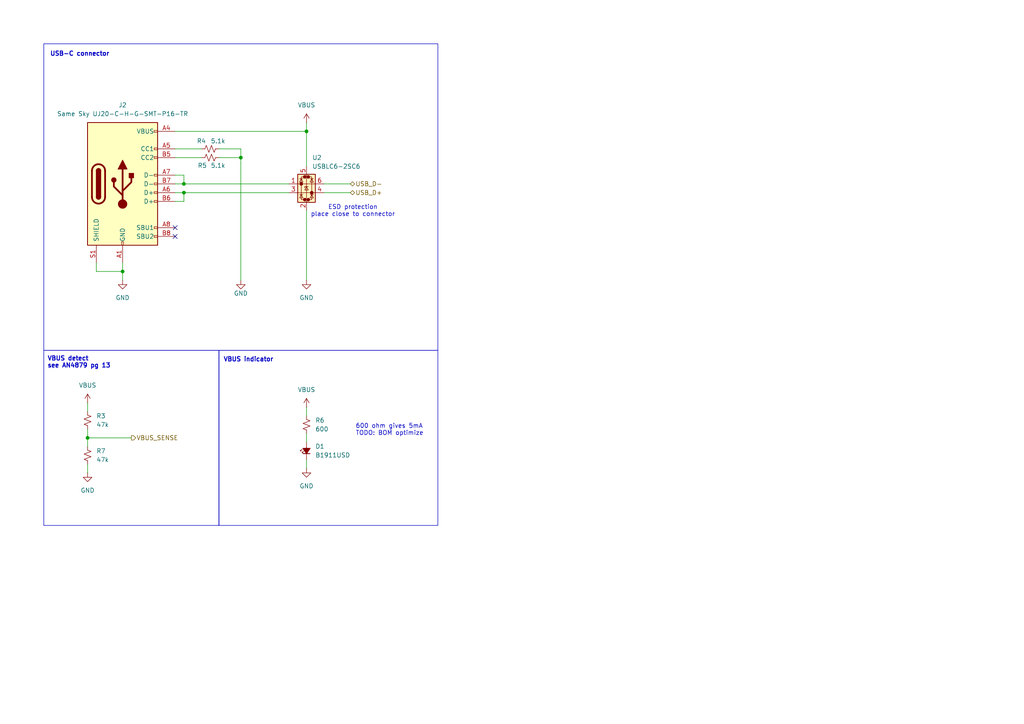
<source format=kicad_sch>
(kicad_sch (version 20250114) (generator "eeschema") (generator_version "9.0")
  (paper "A4")
  (lib_symbols
    (symbol "Connector:USB_C_Receptacle_USB2.0_16P" (pin_names (offset 1.016))
      (property "Reference" "J" (at 0 22.225 0))
      (property "Value" "USB_C_Receptacle_USB2.0_16P" (at 0 19.685 0))
      (symbol "USB_C_Receptacle_USB2.0_16P_0_0"
        (rectangle (start -0.254 -17.78) (end 0.254 -16.764))
        (rectangle (start 10.16 15.494) (end 9.144 14.986))
        (rectangle (start 10.16 10.414) (end 9.144 9.906))
        (rectangle (start 10.16 7.874) (end 9.144 7.366))
        (rectangle (start 10.16 2.794) (end 9.144 2.286))
        (rectangle (start 10.16 0.254) (end 9.144 -0.254))
        (rectangle (start 10.16 -2.286) (end 9.144 -2.794))
        (rectangle (start 10.16 -4.826) (end 9.144 -5.334))
        (rectangle (start 10.16 -12.446) (end 9.144 -12.954))
        (rectangle (start 10.16 -14.986) (end 9.144 -15.494))
      )
      (symbol "USB_C_Receptacle_USB2.0_16P_0_1"
        (rectangle (start -10.16 17.78) (end 10.16 -17.78) (stroke (width 0.254)) (fill (type background)))
        (polyline (pts (xy -8.89 -3.81) (xy -8.89 3.81)) (stroke (width 0.508)))
        (rectangle (start -7.62 -3.81) (end -6.35 3.81) (stroke (width 0.254)) (fill (type outline)))
        (arc (start -7.62 3.81) (mid -6.985 4.4423) (end -6.35 3.81) (stroke (width 0.254)))
        (arc (start -7.62 3.81) (mid -6.985 4.4423) (end -6.35 3.81) (stroke (width 0.254)) (fill (type outline)))
        (arc (start -8.89 3.81) (mid -6.985 5.7067) (end -5.08 3.81) (stroke (width 0.508)))
        (arc (start -5.08 -3.81) (mid -6.985 -5.7067) (end -8.89 -3.81) (stroke (width 0.508)))
        (arc (start -6.35 -3.81) (mid -6.985 -4.4423) (end -7.62 -3.81) (stroke (width 0.254)))
        (arc (start -6.35 -3.81) (mid -6.985 -4.4423) (end -7.62 -3.81) (stroke (width 0.254)) (fill (type outline)))
        (polyline (pts (xy -5.08 3.81) (xy -5.08 -3.81)) (stroke (width 0.508)))
        (circle (center -2.54 1.143) (radius 0.635) (stroke (width 0.254)) (fill (type outline)))
        (polyline (pts (xy -1.27 4.318) (xy 0 6.858) (xy 1.27 4.318) (xy -1.27 4.318)) (stroke (width 0.254)) (fill (type outline)))
        (polyline (pts (xy 0 -2.032) (xy 2.54 0.508) (xy 2.54 1.778)) (stroke (width 0.508)))
        (polyline (pts (xy 0 -3.302) (xy -2.54 -0.762) (xy -2.54 0.508)) (stroke (width 0.508)))
        (polyline (pts (xy 0 -5.842) (xy 0 4.318)) (stroke (width 0.508)))
        (circle (center 0 -5.842) (radius 1.27) (fill (type outline)))
        (rectangle (start 1.905 1.778) (end 3.175 3.048) (stroke (width 0.254)) (fill (type outline)))
      )
      (symbol "USB_C_Receptacle_USB2.0_16P_1_1"
        (pin passive line (at -7.62 -22.86 90) (length 5.08) (name "SHIELD") (number "S1"))
        (pin passive line (at 0 -22.86 90) (length 5.08) (name "GND") (number "A1"))
        (pin passive line (at 0 -22.86 90) (length 5.08) (hide yes) (name "GND") (number "A12"))
        (pin passive line (at 0 -22.86 90) (length 5.08) (hide yes) (name "GND") (number "B1"))
        (pin passive line (at 0 -22.86 90) (length 5.08) (hide yes) (name "GND") (number "B12"))
        (pin passive line (at 15.24 15.24 180) (length 5.08) (name "VBUS") (number "A4"))
        (pin passive line (at 15.24 15.24 180) (length 5.08) (hide yes) (name "VBUS") (number "A9"))
        (pin passive line (at 15.24 15.24 180) (length 5.08) (hide yes) (name "VBUS") (number "B4"))
        (pin passive line (at 15.24 15.24 180) (length 5.08) (hide yes) (name "VBUS") (number "B9"))
        (pin bidirectional line (at 15.24 10.16 180) (length 5.08) (name "CC1") (number "A5"))
        (pin bidirectional line (at 15.24 7.62 180) (length 5.08) (name "CC2") (number "B5"))
        (pin bidirectional line (at 15.24 2.54 180) (length 5.08) (name "D-") (number "A7"))
        (pin bidirectional line (at 15.24 0 180) (length 5.08) (name "D-") (number "B7"))
        (pin bidirectional line (at 15.24 -2.54 180) (length 5.08) (name "D+") (number "A6"))
        (pin bidirectional line (at 15.24 -5.08 180) (length 5.08) (name "D+") (number "B6"))
        (pin bidirectional line (at 15.24 -12.7 180) (length 5.08) (name "SBU1") (number "A8"))
        (pin bidirectional line (at 15.24 -15.24 180) (length 5.08) (name "SBU2") (number "B8"))
      )
    )
    (symbol "Device:LED_Small_Filled" (pin_numbers (hide yes)) (pin_names (offset 0.254) (hide yes))
      (property "Reference" "D" (at -1.27 3.175 0))
      (property "Value" "LED_Small_Filled" (at -4.445 -2.54 0))
      (symbol "LED_Small_Filled_0_1"
        (polyline (pts (xy -0.762 -1.016) (xy -0.762 1.016)) (stroke (width 0.254)))
        (polyline (pts (xy 0 0.762) (xy -0.508 1.27) (xy -0.254 1.27) (xy -0.508 1.27) (xy -0.508 1.016)))
        (polyline (pts (xy 0.508 1.27) (xy 0 1.778) (xy 0.254 1.778) (xy 0 1.778) (xy 0 1.524)))
        (polyline (pts (xy 0.762 -1.016) (xy -0.762 0) (xy 0.762 1.016) (xy 0.762 -1.016)) (stroke (width 0.254)) (fill (type outline)))
        (polyline (pts (xy 1.016 0) (xy -0.762 0)))
      )
      (symbol "LED_Small_Filled_1_1"
        (pin passive line (at -2.54 0 0) (length 1.778) (name "K") (number "1"))
        (pin passive line (at 2.54 0 180) (length 1.778) (name "A") (number "2"))
      )
    )
    (symbol "Device:R_Small_US" (pin_numbers (hide yes)) (pin_names (offset 0.254) (hide yes))
      (property "Reference" "R" (at 0.762 0.508 0))
      (property "Value" "R_Small_US" (at 0.762 -1.016 0))
      (symbol "R_Small_US_1_1"
        (polyline (pts (xy 0 1.524) (xy 1.016 1.143) (xy 0 0.762) (xy -1.016 0.381) (xy 0 0)))
        (polyline (pts (xy 0 0) (xy 1.016 -0.381) (xy 0 -0.762) (xy -1.016 -1.143) (xy 0 -1.524)))
        (pin passive line (at 0 2.54 270) (length 1.016) (name "~") (number "1"))
        (pin passive line (at 0 -2.54 90) (length 1.016) (name "~") (number "2"))
      )
    )
    (symbol "Power_Protection:USBLC6-2SC6" (pin_names (hide yes))
      (property "Reference" "U" (at 0.635 5.715 0))
      (property "Value" "USBLC6-2SC6" (at 0.635 3.81 0))
      (symbol "USBLC6-2SC6_0_0"
        (circle (center -1.524 0) (radius 0.0001) (stroke (width 0.508)))
        (circle (center -0.508 2.032) (radius 0.0001) (stroke (width 0.508)))
        (circle (center -0.508 -4.572) (radius 0.0001) (stroke (width 0.508)))
        (circle (center 0.508 2.032) (radius 0.0001) (stroke (width 0.508)))
        (circle (center 0.508 -4.572) (radius 0.0001) (stroke (width 0.508)))
        (circle (center 1.524 -2.54) (radius 0.0001) (stroke (width 0.508)))
      )
      (symbol "USBLC6-2SC6_0_1"
        (polyline (pts (xy -2.54 0) (xy 2.54 0)))
        (polyline (pts (xy -2.54 -2.54) (xy 2.54 -2.54)))
        (polyline (pts (xy -2.032 0.508) (xy -1.016 0.508) (xy -1.524 1.524) (xy -2.032 0.508)))
        (polyline (pts (xy -2.032 -3.048) (xy -1.016 -3.048)))
        (polyline (pts (xy -1.016 1.524) (xy -2.032 1.524)))
        (polyline (pts (xy -1.016 -4.064) (xy -2.032 -4.064) (xy -1.524 -3.048) (xy -1.016 -4.064)))
        (polyline (pts (xy -0.508 -1.143) (xy -0.508 -0.762) (xy 0.508 -0.762)))
        (polyline (pts (xy 0 2.54) (xy -0.508 2.032) (xy 0.508 2.032) (xy 0 1.524) (xy 0 -4.064) (xy -0.508 -4.572) (xy 0.508 -4.572) (xy 0 -5.08)))
        (polyline (pts (xy 0.508 -1.778) (xy -0.508 -1.778) (xy 0 -0.762) (xy 0.508 -1.778)))
        (polyline (pts (xy 1.016 1.524) (xy 2.032 1.524)))
        (polyline (pts (xy 1.016 -3.048) (xy 2.032 -3.048)))
        (polyline (pts (xy 2.032 0.508) (xy 1.016 0.508) (xy 1.524 1.524) (xy 2.032 0.508)))
        (polyline (pts (xy 2.032 -4.064) (xy 1.016 -4.064) (xy 1.524 -3.048) (xy 2.032 -4.064)))
      )
      (symbol "USBLC6-2SC6_1_1"
        (rectangle (start -2.54 2.794) (end 2.54 -5.334) (stroke (width 0.254)) (fill (type background)))
        (polyline (pts (xy -0.508 2.032) (xy -1.524 2.032) (xy -1.524 -4.572) (xy -0.508 -4.572)))
        (polyline (pts (xy 0.508 -4.572) (xy 1.524 -4.572) (xy 1.524 2.032) (xy 0.508 2.032)))
        (pin passive line (at -5.08 0 0) (length 2.54) (name "I/O1") (number "1"))
        (pin passive line (at -5.08 -2.54 0) (length 2.54) (name "I/O2") (number "3"))
        (pin passive line (at 0 5.08 270) (length 2.54) (name "VBUS") (number "5"))
        (pin passive line (at 0 -7.62 90) (length 2.54) (name "GND") (number "2"))
        (pin passive line (at 5.08 0 180) (length 2.54) (name "I/O1") (number "6"))
        (pin passive line (at 5.08 -2.54 180) (length 2.54) (name "I/O2") (number "4"))
      )
    )
    (symbol "power:GND" (power) (pin_numbers (hide yes)) (pin_names (offset 0) (hide yes))
      (property "Value" "GND" (at 0 -3.81 0))
      (symbol "GND_0_1"
        (polyline (pts (xy 0 0) (xy 0 -1.27) (xy 1.27 -1.27) (xy 0 -2.54) (xy -1.27 -1.27) (xy 0 -1.27)))
      )
      (symbol "GND_1_1"
        (pin power_in line (at 0 0 270) (length 0) (name "~") (number "1"))
      )
    )
    (symbol "power:VBUS" (power) (pin_numbers (hide yes)) (pin_names (offset 0) (hide yes))
      (property "Value" "VBUS" (at 0 3.556 0))
      (symbol "VBUS_0_1"
        (polyline (pts (xy -0.762 1.27) (xy 0 2.54)))
        (polyline (pts (xy 0 2.54) (xy 0.762 1.27)))
        (polyline (pts (xy 0 0) (xy 0 2.54)))
      )
      (symbol "VBUS_1_1"
        (pin power_in line (at 0 0 90) (length 0) (name "~") (number "1"))
      )
    )
  )
  (rectangle (start 12.7 12.7) (end 127 101.6))
  (rectangle (start 12.7 101.6) (end 63.5 152.4))
  (rectangle (start 63.5 101.6) (end 127 152.4))
  (text "VBUS indicator" (at 64.77 103.632 0) (effects (font (size 1.27 1.27) (thickness 0.254) (bold yes)) (justify left top)))
  (text "VBUS detect\nsee AN4879 pg 13\n" (at 13.716 103.378 0) (effects (font (size 1.27 1.27) (thickness 0.254) (bold yes)) (justify left top)))
  (text "600 ohm gives 5mA\nTODO: BOM optimize" (at 103.124 122.936 0) (effects (font (size 1.27 1.27)) (justify left top)))
  (text "USB-C connector" (at 14.478 14.986 0) (effects (font (size 1.27 1.27) (thickness 0.254) (bold yes)) (justify left top)))
  (text "ESD protection\nplace close to connector" (at 102.362 61.214 0) (effects (font (size 1.27 1.27))))
  (junction (at 35.56 78.74))
  (junction (at 53.34 53.34))
  (junction (at 53.34 55.88))
  (junction (at 88.9 38.1))
  (junction (at 25.4 127))
  (junction (at 69.85 45.72))
  (no_connect (at 50.8 68.58))
  (no_connect (at 50.8 66.04))
  (wire (pts (xy 53.34 53.34) (xy 50.8 53.34)))
  (wire (pts (xy 38.1 127) (xy 25.4 127)))
  (wire (pts (xy 25.4 124.46) (xy 25.4 127)))
  (wire (pts (xy 88.9 133.35) (xy 88.9 135.89)))
  (wire (pts (xy 27.94 78.74) (xy 35.56 78.74)))
  (wire (pts (xy 88.9 35.56) (xy 88.9 38.1)))
  (wire (pts (xy 53.34 55.88) (xy 83.82 55.88)))
  (wire (pts (xy 50.8 45.72) (xy 58.42 45.72)))
  (wire (pts (xy 35.56 78.74) (xy 35.56 81.28)))
  (wire (pts (xy 69.85 43.18) (xy 69.85 45.72)))
  (wire (pts (xy 88.9 125.73) (xy 88.9 128.27)))
  (wire (pts (xy 69.85 45.72) (xy 69.85 81.28)))
  (wire (pts (xy 53.34 50.8) (xy 53.34 53.34)))
  (wire (pts (xy 25.4 116.84) (xy 25.4 119.38)))
  (wire (pts (xy 53.34 55.88) (xy 53.34 58.42)))
  (wire (pts (xy 93.98 53.34) (xy 101.6 53.34)))
  (wire (pts (xy 63.5 43.18) (xy 69.85 43.18)))
  (wire (pts (xy 25.4 127) (xy 25.4 129.54)))
  (wire (pts (xy 25.4 134.62) (xy 25.4 137.16)))
  (wire (pts (xy 50.8 38.1) (xy 88.9 38.1)))
  (wire (pts (xy 50.8 50.8) (xy 53.34 50.8)))
  (wire (pts (xy 35.56 76.2) (xy 35.56 78.74)))
  (wire (pts (xy 88.9 38.1) (xy 88.9 48.26)))
  (wire (pts (xy 50.8 43.18) (xy 58.42 43.18)))
  (wire (pts (xy 63.5 45.72) (xy 69.85 45.72)))
  (wire (pts (xy 93.98 55.88) (xy 101.6 55.88)))
  (wire (pts (xy 53.34 53.34) (xy 83.82 53.34)))
  (wire (pts (xy 53.34 58.42) (xy 50.8 58.42)))
  (wire (pts (xy 27.94 76.2) (xy 27.94 78.74)))
  (wire (pts (xy 50.8 55.88) (xy 53.34 55.88)))
  (wire (pts (xy 88.9 60.96) (xy 88.9 81.28)))
  (wire (pts (xy 88.9 118.11) (xy 88.9 120.65)))
  (hierarchical_label "USB_D+" (shape bidirectional) (at 101.6 55.88 0))
  (hierarchical_label "VBUS_SENSE" (shape output) (at 38.1 127 0))
  (hierarchical_label "USB_D-" (shape bidirectional) (at 101.6 53.34 0))
  (symbol (lib_id "power:GND") (at 25.4 137.16 0) (unit 1)
    (property "Reference" "#PWR025" (effects (hide yes)))
    (property "Value" "GND" (at 25.4 142.24 0))
    (property "Description" "Power symbol creates a global label with name \"GND\" , ground" (effects (hide yes)))
  )
  (symbol (lib_id "power:GND") (at 69.85 81.28 0) (unit 1)
    (property "Reference" "#PWR033" (effects (hide yes)))
    (property "Value" "GND" (at 69.85 85.09 0))
    (property "Description" "Power symbol creates a global label with name \"GND\" , ground" (effects (hide yes)))
  )
  (symbol (lib_id "Device:R_Small_US") (at 88.9 123.19 0) (unit 1)
    (property "Reference" "R6" (at 91.44 121.9199 0) (effects (justify left)))
    (property "Value" "600" (at 91.44 124.4599 0) (effects (justify left)))
    (property "Footprint" "Resistor_SMD:R_0603_1608Metric" (effects (hide yes)))
    (property "Description" "Resistor, small US symbol" (effects (hide yes)))
  )
  (symbol (lib_id "Device:R_Small_US") (at 60.96 43.18 90) (unit 1)
    (property "Reference" "R4" (at 58.42 40.894 90))
    (property "Value" "5.1k" (at 63.246 40.894 90))
    (property "Footprint" "Resistor_SMD:R_0603_1608Metric" (effects (hide yes)))
    (property "Description" "Resistor, small US symbol" (effects (hide yes)))
  )
  (symbol (lib_id "power:GND") (at 88.9 135.89 0) (unit 1)
    (property "Reference" "#PWR032" (effects (hide yes)))
    (property "Value" "GND" (at 88.9 140.97 0))
    (property "Description" "Power symbol creates a global label with name \"GND\" , ground" (effects (hide yes)))
  )
  (symbol (lib_id "Device:LED_Small_Filled") (at 88.9 130.81 90) (unit 1)
    (property "Reference" "D1" (at 91.44 129.4764 90) (effects (justify right)))
    (property "Value" "B1911USD" (at 91.44 132.0164 90) (effects (justify right)))
    (property "Footprint" "LED_SMD:LED_0603_1608Metric" (effects (hide yes)))
    (property "Description" "Light emitting diode, small symbol, filled shape" (effects (hide yes)))
    (property "Sim.Pins" "1=K 2=A" (effects (hide yes)))
  )
  (symbol (lib_id "Connector:USB_C_Receptacle_USB2.0_16P") (at 35.56 53.34 0) (unit 1)
    (property "Reference" "J2" (at 35.56 30.48 0))
    (property "Value" "Same Sky UJ20-C-H-G-SMT-P16-TR" (at 35.56 33.02 0))
    (property "Footprint" "SAMESKY_UJ20-C-H-G-SMT-P16-TR:SAMESKY_UJ20-C-H-G-SMT-P16-TR" (effects (hide yes)))
    (property "Datasheet" "https://www.usb.org/sites/default/files/documents/usb_type-c.zip" (effects (hide yes)))
    (property "Description" "USB 2.0-only 16P Type-C Receptacle connector" (effects (hide yes)))
  )
  (symbol (lib_id "power:VBUS") (at 25.4 116.84 0) (unit 1)
    (property "Reference" "#PWR024" (effects (hide yes)))
    (property "Value" "VBUS" (at 25.4 111.76 0))
    (property "Description" "Power symbol creates a global label with name \"VBUS\"" (effects (hide yes)))
  )
  (symbol (lib_id "power:VBUS") (at 88.9 35.56 0) (unit 1)
    (property "Reference" "#PWR029" (effects (hide yes)))
    (property "Value" "VBUS" (at 88.9 30.48 0))
    (property "Description" "Power symbol creates a global label with name \"VBUS\"" (effects (hide yes)))
  )
  (symbol (lib_id "Device:R_Small_US") (at 60.96 45.72 90) (unit 1)
    (property "Reference" "R5" (at 58.674 48.006 90))
    (property "Value" "5.1k" (at 63.246 48.006 90))
    (property "Footprint" "Resistor_SMD:R_0603_1608Metric" (effects (hide yes)))
    (property "Description" "Resistor, small US symbol" (effects (hide yes)))
  )
  (symbol (lib_id "Device:R_Small_US") (at 25.4 121.92 0) (unit 1)
    (property "Reference" "R3" (at 27.94 120.6499 0) (effects (justify left)))
    (property "Value" "47k" (at 27.94 123.1899 0) (effects (justify left)))
    (property "Description" "Resistor, small US symbol" (effects (hide yes)))
  )
  (symbol (lib_id "Power_Protection:USBLC6-2SC6") (at 88.9 53.34 0) (unit 1)
    (property "Reference" "U2" (at 90.5511 45.72 0) (effects (justify left)))
    (property "Value" "USBLC6-2SC6" (at 90.5511 48.26 0) (effects (justify left)))
    (property "Footprint" "Package_TO_SOT_SMD:SOT-23-6" (effects (hide yes)))
    (property "Datasheet" "https://www.st.com/resource/en/datasheet/usblc6-2.pdf" (effects (hide yes)))
    (property "Description" "Very low capacitance ESD protection diode, 2 data-line, SOT-23-6" (effects (hide yes)))
  )
  (symbol (lib_id "power:VBUS") (at 88.9 118.11 0) (unit 1)
    (property "Reference" "#PWR031" (effects (hide yes)))
    (property "Value" "VBUS" (at 88.9 113.03 0))
    (property "Description" "Power symbol creates a global label with name \"VBUS\"" (effects (hide yes)))
  )
  (symbol (lib_id "power:GND") (at 88.9 81.28 0) (unit 1)
    (property "Reference" "#PWR030" (effects (hide yes)))
    (property "Value" "GND" (at 88.9 86.36 0))
    (property "Description" "Power symbol creates a global label with name \"GND\" , ground" (effects (hide yes)))
  )
  (symbol (lib_id "Device:R_Small_US") (at 25.4 132.08 0) (unit 1)
    (property "Reference" "R7" (at 27.94 130.8099 0) (effects (justify left)))
    (property "Value" "47k" (at 27.94 133.3499 0) (effects (justify left)))
    (property "Description" "Resistor, small US symbol" (effects (hide yes)))
  )
  (symbol (lib_id "power:GND") (at 35.56 81.28 0) (unit 1)
    (property "Reference" "#PWR026" (effects (hide yes)))
    (property "Value" "GND" (at 35.56 86.36 0))
    (property "Description" "Power symbol creates a global label with name \"GND\" , ground" (effects (hide yes)))
  )
)
</source>
